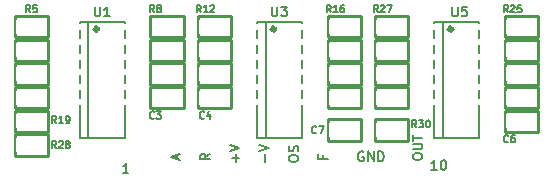
<source format=gto>
G04 #@! TF.FileFunction,Legend,Top*
%FSLAX46Y46*%
G04 Gerber Fmt 4.6, Leading zero omitted, Abs format (unit mm)*
G04 Created by KiCad (PCBNEW (2015-11-11 BZR 6310, Git 8f79b4f)-product) date 2015-11-18 1:22:02 PM*
%MOMM*%
G01*
G04 APERTURE LIST*
%ADD10C,0.150000*%
%ADD11C,0.152400*%
%ADD12C,0.381000*%
%ADD13C,0.203200*%
%ADD14C,0.254000*%
%ADD15R,1.350000X3.500000*%
%ADD16R,2.199640X0.599440*%
%ADD17R,0.812800X1.143000*%
G04 APERTURE END LIST*
D10*
D11*
X105232229Y-97867695D02*
X104767772Y-97867695D01*
X105000001Y-97867695D02*
X105000001Y-97054895D01*
X104922591Y-97171010D01*
X104845182Y-97248419D01*
X104767772Y-97287124D01*
X125130724Y-96093600D02*
X125053315Y-96054895D01*
X124937200Y-96054895D01*
X124821086Y-96093600D01*
X124743677Y-96171010D01*
X124704972Y-96248419D01*
X124666267Y-96403238D01*
X124666267Y-96519352D01*
X124704972Y-96674171D01*
X124743677Y-96751581D01*
X124821086Y-96828990D01*
X124937200Y-96867695D01*
X125014610Y-96867695D01*
X125130724Y-96828990D01*
X125169429Y-96790286D01*
X125169429Y-96519352D01*
X125014610Y-96519352D01*
X125517772Y-96867695D02*
X125517772Y-96054895D01*
X125982229Y-96867695D01*
X125982229Y-96054895D01*
X126369277Y-96867695D02*
X126369277Y-96054895D01*
X126562801Y-96054895D01*
X126678915Y-96093600D01*
X126756324Y-96171010D01*
X126795029Y-96248419D01*
X126833734Y-96403238D01*
X126833734Y-96519352D01*
X126795029Y-96674171D01*
X126756324Y-96751581D01*
X126678915Y-96828990D01*
X126562801Y-96867695D01*
X126369277Y-96867695D01*
X131345181Y-97617695D02*
X130880724Y-97617695D01*
X131112953Y-97617695D02*
X131112953Y-96804895D01*
X131035543Y-96921010D01*
X130958134Y-96998419D01*
X130880724Y-97037124D01*
X131848343Y-96804895D02*
X131925752Y-96804895D01*
X132003162Y-96843600D01*
X132041867Y-96882305D01*
X132080571Y-96959714D01*
X132119276Y-97114533D01*
X132119276Y-97308057D01*
X132080571Y-97462876D01*
X132041867Y-97540286D01*
X132003162Y-97578990D01*
X131925752Y-97617695D01*
X131848343Y-97617695D01*
X131770933Y-97578990D01*
X131732229Y-97540286D01*
X131693524Y-97462876D01*
X131654819Y-97308057D01*
X131654819Y-97114533D01*
X131693524Y-96959714D01*
X131732229Y-96882305D01*
X131770933Y-96843600D01*
X131848343Y-96804895D01*
X109385467Y-96693524D02*
X109385467Y-96306476D01*
X109617695Y-96770933D02*
X108804895Y-96500000D01*
X109617695Y-96229067D01*
X112117695Y-96248419D02*
X111730648Y-96519352D01*
X112117695Y-96712876D02*
X111304895Y-96712876D01*
X111304895Y-96403238D01*
X111343600Y-96325829D01*
X111382305Y-96287124D01*
X111459714Y-96248419D01*
X111575829Y-96248419D01*
X111653238Y-96287124D01*
X111691943Y-96325829D01*
X111730648Y-96403238D01*
X111730648Y-96712876D01*
X114308057Y-96907981D02*
X114308057Y-96288705D01*
X114617695Y-96598343D02*
X113998419Y-96598343D01*
X113804895Y-96017771D02*
X114617695Y-95746838D01*
X113804895Y-95475905D01*
X116808057Y-96907981D02*
X116808057Y-96288705D01*
X116304895Y-96017771D02*
X117117695Y-95746838D01*
X116304895Y-95475905D01*
X118804895Y-96714457D02*
X118804895Y-96559638D01*
X118843600Y-96482229D01*
X118921010Y-96404819D01*
X119075829Y-96366114D01*
X119346762Y-96366114D01*
X119501581Y-96404819D01*
X119578990Y-96482229D01*
X119617695Y-96559638D01*
X119617695Y-96714457D01*
X119578990Y-96791867D01*
X119501581Y-96869276D01*
X119346762Y-96907981D01*
X119075829Y-96907981D01*
X118921010Y-96869276D01*
X118843600Y-96791867D01*
X118804895Y-96714457D01*
X119578990Y-96056476D02*
X119617695Y-95940362D01*
X119617695Y-95746838D01*
X119578990Y-95669428D01*
X119540286Y-95630724D01*
X119462876Y-95592019D01*
X119385467Y-95592019D01*
X119308057Y-95630724D01*
X119269352Y-95669428D01*
X119230648Y-95746838D01*
X119191943Y-95901657D01*
X119153238Y-95979066D01*
X119114533Y-96017771D01*
X119037124Y-96056476D01*
X118959714Y-96056476D01*
X118882305Y-96017771D01*
X118843600Y-95979066D01*
X118804895Y-95901657D01*
X118804895Y-95708133D01*
X118843600Y-95592019D01*
X121691943Y-96383886D02*
X121691943Y-96654819D01*
X122117695Y-96654819D02*
X121304895Y-96654819D01*
X121304895Y-96267772D01*
X129304895Y-96562800D02*
X129304895Y-96407981D01*
X129343600Y-96330572D01*
X129421010Y-96253162D01*
X129575829Y-96214457D01*
X129846762Y-96214457D01*
X130001581Y-96253162D01*
X130078990Y-96330572D01*
X130117695Y-96407981D01*
X130117695Y-96562800D01*
X130078990Y-96640210D01*
X130001581Y-96717619D01*
X129846762Y-96756324D01*
X129575829Y-96756324D01*
X129421010Y-96717619D01*
X129343600Y-96640210D01*
X129304895Y-96562800D01*
X129304895Y-95866114D02*
X129962876Y-95866114D01*
X130040286Y-95827409D01*
X130078990Y-95788705D01*
X130117695Y-95711295D01*
X130117695Y-95556476D01*
X130078990Y-95479067D01*
X130040286Y-95440362D01*
X129962876Y-95401657D01*
X129304895Y-95401657D01*
X129304895Y-95130723D02*
X129304895Y-94666266D01*
X130117695Y-94898495D02*
X129304895Y-94898495D01*
D12*
X132641421Y-85700000D02*
G75*
G03X132641421Y-85700000I-141421J0D01*
G01*
D13*
X131100080Y-94937760D02*
X131100080Y-85062240D01*
X131100080Y-85062240D02*
X131600460Y-85062240D01*
X131600460Y-85062240D02*
X134899920Y-85062240D01*
X134899920Y-85062240D02*
X134899920Y-94937760D01*
X131850460Y-94937760D02*
X131850460Y-85062240D01*
X134899920Y-94937760D02*
X131600460Y-94937760D01*
X131600460Y-94937760D02*
X131100080Y-94937760D01*
D12*
X117641421Y-85700000D02*
G75*
G03X117641421Y-85700000I-141421J0D01*
G01*
D13*
X116100080Y-94937760D02*
X116100080Y-85062240D01*
X116100080Y-85062240D02*
X116600460Y-85062240D01*
X116600460Y-85062240D02*
X119899920Y-85062240D01*
X119899920Y-85062240D02*
X119899920Y-94937760D01*
X116850460Y-94937760D02*
X116850460Y-85062240D01*
X119899920Y-94937760D02*
X116600460Y-94937760D01*
X116600460Y-94937760D02*
X116100080Y-94937760D01*
D12*
X102641421Y-85700000D02*
G75*
G03X102641421Y-85700000I-141421J0D01*
G01*
D13*
X101100080Y-94937760D02*
X101100080Y-85062240D01*
X101100080Y-85062240D02*
X101600460Y-85062240D01*
X101600460Y-85062240D02*
X104899920Y-85062240D01*
X104899920Y-85062240D02*
X104899920Y-94937760D01*
X101850460Y-94937760D02*
X101850460Y-85062240D01*
X104899920Y-94937760D02*
X101600460Y-94937760D01*
X101600460Y-94937760D02*
X101100080Y-94937760D01*
D14*
X122100000Y-95150000D02*
X124900000Y-95150000D01*
X124900000Y-95150000D02*
X124900000Y-93350000D01*
X124900000Y-93350000D02*
X122100000Y-93350000D01*
X122100000Y-93350000D02*
X122100000Y-95150000D01*
X137100000Y-94400000D02*
X139900000Y-94400000D01*
X139900000Y-94400000D02*
X139900000Y-92600000D01*
X139900000Y-92600000D02*
X137100000Y-92600000D01*
X137100000Y-92600000D02*
X137100000Y-94400000D01*
X122100000Y-92400000D02*
X124900000Y-92400000D01*
X124900000Y-92400000D02*
X124900000Y-90600000D01*
X124900000Y-90600000D02*
X122100000Y-90600000D01*
X122100000Y-90600000D02*
X122100000Y-92400000D01*
X113900000Y-90600000D02*
X111100000Y-90600000D01*
X111100000Y-90600000D02*
X111100000Y-92400000D01*
X111100000Y-92400000D02*
X113900000Y-92400000D01*
X113900000Y-92400000D02*
X113900000Y-90600000D01*
X107100000Y-92400000D02*
X109900000Y-92400000D01*
X109900000Y-92400000D02*
X109900000Y-90600000D01*
X109900000Y-90600000D02*
X107100000Y-90600000D01*
X107100000Y-90600000D02*
X107100000Y-92400000D01*
X98400000Y-90600000D02*
X95600000Y-90600000D01*
X95600000Y-90600000D02*
X95600000Y-92400000D01*
X95600000Y-92400000D02*
X98400000Y-92400000D01*
X98400000Y-92400000D02*
X98400000Y-90600000D01*
X128900000Y-93350000D02*
X126100000Y-93350000D01*
X126100000Y-93350000D02*
X126100000Y-95150000D01*
X126100000Y-95150000D02*
X128900000Y-95150000D01*
X128900000Y-95150000D02*
X128900000Y-93350000D01*
X95600000Y-96400000D02*
X98400000Y-96400000D01*
X98400000Y-96400000D02*
X98400000Y-94600000D01*
X98400000Y-94600000D02*
X95600000Y-94600000D01*
X95600000Y-94600000D02*
X95600000Y-96400000D01*
X126100000Y-86400000D02*
X128900000Y-86400000D01*
X128900000Y-86400000D02*
X128900000Y-84600000D01*
X128900000Y-84600000D02*
X126100000Y-84600000D01*
X126100000Y-84600000D02*
X126100000Y-86400000D01*
X137100000Y-92400000D02*
X139900000Y-92400000D01*
X139900000Y-92400000D02*
X139900000Y-90600000D01*
X139900000Y-90600000D02*
X137100000Y-90600000D01*
X137100000Y-90600000D02*
X137100000Y-92400000D01*
X137100000Y-86400000D02*
X139900000Y-86400000D01*
X139900000Y-86400000D02*
X139900000Y-84600000D01*
X139900000Y-84600000D02*
X137100000Y-84600000D01*
X137100000Y-84600000D02*
X137100000Y-86400000D01*
X137100000Y-88400000D02*
X139900000Y-88400000D01*
X139900000Y-88400000D02*
X139900000Y-86600000D01*
X139900000Y-86600000D02*
X137100000Y-86600000D01*
X137100000Y-86600000D02*
X137100000Y-88400000D01*
X137100000Y-90400000D02*
X139900000Y-90400000D01*
X139900000Y-90400000D02*
X139900000Y-88600000D01*
X139900000Y-88600000D02*
X137100000Y-88600000D01*
X137100000Y-88600000D02*
X137100000Y-90400000D01*
X126100000Y-92400000D02*
X128900000Y-92400000D01*
X128900000Y-92400000D02*
X128900000Y-90600000D01*
X128900000Y-90600000D02*
X126100000Y-90600000D01*
X126100000Y-90600000D02*
X126100000Y-92400000D01*
X128900000Y-86600000D02*
X126100000Y-86600000D01*
X126100000Y-86600000D02*
X126100000Y-88400000D01*
X126100000Y-88400000D02*
X128900000Y-88400000D01*
X128900000Y-88400000D02*
X128900000Y-86600000D01*
X128900000Y-88600000D02*
X126100000Y-88600000D01*
X126100000Y-88600000D02*
X126100000Y-90400000D01*
X126100000Y-90400000D02*
X128900000Y-90400000D01*
X128900000Y-90400000D02*
X128900000Y-88600000D01*
X95600000Y-94400000D02*
X98400000Y-94400000D01*
X98400000Y-94400000D02*
X98400000Y-92600000D01*
X98400000Y-92600000D02*
X95600000Y-92600000D01*
X95600000Y-92600000D02*
X95600000Y-94400000D01*
X124900000Y-86600000D02*
X122100000Y-86600000D01*
X122100000Y-86600000D02*
X122100000Y-88400000D01*
X122100000Y-88400000D02*
X124900000Y-88400000D01*
X124900000Y-88400000D02*
X124900000Y-86600000D01*
X124900000Y-84600000D02*
X122100000Y-84600000D01*
X122100000Y-84600000D02*
X122100000Y-86400000D01*
X122100000Y-86400000D02*
X124900000Y-86400000D01*
X124900000Y-86400000D02*
X124900000Y-84600000D01*
X122100000Y-90400000D02*
X124900000Y-90400000D01*
X124900000Y-90400000D02*
X124900000Y-88600000D01*
X124900000Y-88600000D02*
X122100000Y-88600000D01*
X122100000Y-88600000D02*
X122100000Y-90400000D01*
X111100000Y-90400000D02*
X113900000Y-90400000D01*
X113900000Y-90400000D02*
X113900000Y-88600000D01*
X113900000Y-88600000D02*
X111100000Y-88600000D01*
X111100000Y-88600000D02*
X111100000Y-90400000D01*
X111100000Y-86400000D02*
X113900000Y-86400000D01*
X113900000Y-86400000D02*
X113900000Y-84600000D01*
X113900000Y-84600000D02*
X111100000Y-84600000D01*
X111100000Y-84600000D02*
X111100000Y-86400000D01*
X113900000Y-86600000D02*
X111100000Y-86600000D01*
X111100000Y-86600000D02*
X111100000Y-88400000D01*
X111100000Y-88400000D02*
X113900000Y-88400000D01*
X113900000Y-88400000D02*
X113900000Y-86600000D01*
X109900000Y-88600000D02*
X107100000Y-88600000D01*
X107100000Y-88600000D02*
X107100000Y-90400000D01*
X107100000Y-90400000D02*
X109900000Y-90400000D01*
X109900000Y-90400000D02*
X109900000Y-88600000D01*
X109900000Y-84600000D02*
X107100000Y-84600000D01*
X107100000Y-84600000D02*
X107100000Y-86400000D01*
X107100000Y-86400000D02*
X109900000Y-86400000D01*
X109900000Y-86400000D02*
X109900000Y-84600000D01*
X107100000Y-88400000D02*
X109900000Y-88400000D01*
X109900000Y-88400000D02*
X109900000Y-86600000D01*
X109900000Y-86600000D02*
X107100000Y-86600000D01*
X107100000Y-86600000D02*
X107100000Y-88400000D01*
X95600000Y-86400000D02*
X98400000Y-86400000D01*
X98400000Y-86400000D02*
X98400000Y-84600000D01*
X98400000Y-84600000D02*
X95600000Y-84600000D01*
X95600000Y-84600000D02*
X95600000Y-86400000D01*
X95600000Y-88400000D02*
X98400000Y-88400000D01*
X98400000Y-88400000D02*
X98400000Y-86600000D01*
X98400000Y-86600000D02*
X95600000Y-86600000D01*
X95600000Y-86600000D02*
X95600000Y-88400000D01*
X95600000Y-90400000D02*
X98400000Y-90400000D01*
X98400000Y-90400000D02*
X98400000Y-88600000D01*
X98400000Y-88600000D02*
X95600000Y-88600000D01*
X95600000Y-88600000D02*
X95600000Y-90400000D01*
D11*
X132630724Y-83804895D02*
X132630724Y-84462876D01*
X132669429Y-84540286D01*
X132708133Y-84578990D01*
X132785543Y-84617695D01*
X132940362Y-84617695D01*
X133017771Y-84578990D01*
X133056476Y-84540286D01*
X133095181Y-84462876D01*
X133095181Y-83804895D01*
X133869276Y-83804895D02*
X133482229Y-83804895D01*
X133443524Y-84191943D01*
X133482229Y-84153238D01*
X133559638Y-84114533D01*
X133753162Y-84114533D01*
X133830572Y-84153238D01*
X133869276Y-84191943D01*
X133907981Y-84269352D01*
X133907981Y-84462876D01*
X133869276Y-84540286D01*
X133830572Y-84578990D01*
X133753162Y-84617695D01*
X133559638Y-84617695D01*
X133482229Y-84578990D01*
X133443524Y-84540286D01*
X117380724Y-83804895D02*
X117380724Y-84462876D01*
X117419429Y-84540286D01*
X117458133Y-84578990D01*
X117535543Y-84617695D01*
X117690362Y-84617695D01*
X117767771Y-84578990D01*
X117806476Y-84540286D01*
X117845181Y-84462876D01*
X117845181Y-83804895D01*
X118154819Y-83804895D02*
X118657981Y-83804895D01*
X118387048Y-84114533D01*
X118503162Y-84114533D01*
X118580572Y-84153238D01*
X118619276Y-84191943D01*
X118657981Y-84269352D01*
X118657981Y-84462876D01*
X118619276Y-84540286D01*
X118580572Y-84578990D01*
X118503162Y-84617695D01*
X118270934Y-84617695D01*
X118193524Y-84578990D01*
X118154819Y-84540286D01*
X102380724Y-83804895D02*
X102380724Y-84462876D01*
X102419429Y-84540286D01*
X102458133Y-84578990D01*
X102535543Y-84617695D01*
X102690362Y-84617695D01*
X102767771Y-84578990D01*
X102806476Y-84540286D01*
X102845181Y-84462876D01*
X102845181Y-83804895D01*
X103657981Y-84617695D02*
X103193524Y-84617695D01*
X103425753Y-84617695D02*
X103425753Y-83804895D01*
X103348343Y-83921010D01*
X103270934Y-83998419D01*
X103193524Y-84037124D01*
X121148401Y-94467714D02*
X121119372Y-94496743D01*
X121032286Y-94525771D01*
X120974229Y-94525771D01*
X120887144Y-94496743D01*
X120829086Y-94438686D01*
X120800058Y-94380629D01*
X120771029Y-94264514D01*
X120771029Y-94177429D01*
X120800058Y-94061314D01*
X120829086Y-94003257D01*
X120887144Y-93945200D01*
X120974229Y-93916171D01*
X121032286Y-93916171D01*
X121119372Y-93945200D01*
X121148401Y-93974229D01*
X121351601Y-93916171D02*
X121758001Y-93916171D01*
X121496744Y-94525771D01*
X137398401Y-95217714D02*
X137369372Y-95246743D01*
X137282286Y-95275771D01*
X137224229Y-95275771D01*
X137137144Y-95246743D01*
X137079086Y-95188686D01*
X137050058Y-95130629D01*
X137021029Y-95014514D01*
X137021029Y-94927429D01*
X137050058Y-94811314D01*
X137079086Y-94753257D01*
X137137144Y-94695200D01*
X137224229Y-94666171D01*
X137282286Y-94666171D01*
X137369372Y-94695200D01*
X137398401Y-94724229D01*
X137920915Y-94666171D02*
X137804801Y-94666171D01*
X137746744Y-94695200D01*
X137717715Y-94724229D01*
X137659658Y-94811314D01*
X137630629Y-94927429D01*
X137630629Y-95159657D01*
X137659658Y-95217714D01*
X137688686Y-95246743D01*
X137746744Y-95275771D01*
X137862858Y-95275771D01*
X137920915Y-95246743D01*
X137949944Y-95217714D01*
X137978972Y-95159657D01*
X137978972Y-95014514D01*
X137949944Y-94956457D01*
X137920915Y-94927429D01*
X137862858Y-94898400D01*
X137746744Y-94898400D01*
X137688686Y-94927429D01*
X137659658Y-94956457D01*
X137630629Y-95014514D01*
X111648401Y-93217714D02*
X111619372Y-93246743D01*
X111532286Y-93275771D01*
X111474229Y-93275771D01*
X111387144Y-93246743D01*
X111329086Y-93188686D01*
X111300058Y-93130629D01*
X111271029Y-93014514D01*
X111271029Y-92927429D01*
X111300058Y-92811314D01*
X111329086Y-92753257D01*
X111387144Y-92695200D01*
X111474229Y-92666171D01*
X111532286Y-92666171D01*
X111619372Y-92695200D01*
X111648401Y-92724229D01*
X112170915Y-92869371D02*
X112170915Y-93275771D01*
X112025772Y-92637143D02*
X111880629Y-93072571D01*
X112258001Y-93072571D01*
X107398401Y-93217714D02*
X107369372Y-93246743D01*
X107282286Y-93275771D01*
X107224229Y-93275771D01*
X107137144Y-93246743D01*
X107079086Y-93188686D01*
X107050058Y-93130629D01*
X107021029Y-93014514D01*
X107021029Y-92927429D01*
X107050058Y-92811314D01*
X107079086Y-92753257D01*
X107137144Y-92695200D01*
X107224229Y-92666171D01*
X107282286Y-92666171D01*
X107369372Y-92695200D01*
X107398401Y-92724229D01*
X107601601Y-92666171D02*
X107978972Y-92666171D01*
X107775772Y-92898400D01*
X107862858Y-92898400D01*
X107920915Y-92927429D01*
X107949944Y-92956457D01*
X107978972Y-93014514D01*
X107978972Y-93159657D01*
X107949944Y-93217714D01*
X107920915Y-93246743D01*
X107862858Y-93275771D01*
X107688686Y-93275771D01*
X107630629Y-93246743D01*
X107601601Y-93217714D01*
X129608115Y-94025771D02*
X129404915Y-93735486D01*
X129259772Y-94025771D02*
X129259772Y-93416171D01*
X129492000Y-93416171D01*
X129550058Y-93445200D01*
X129579086Y-93474229D01*
X129608115Y-93532286D01*
X129608115Y-93619371D01*
X129579086Y-93677429D01*
X129550058Y-93706457D01*
X129492000Y-93735486D01*
X129259772Y-93735486D01*
X129811315Y-93416171D02*
X130188686Y-93416171D01*
X129985486Y-93648400D01*
X130072572Y-93648400D01*
X130130629Y-93677429D01*
X130159658Y-93706457D01*
X130188686Y-93764514D01*
X130188686Y-93909657D01*
X130159658Y-93967714D01*
X130130629Y-93996743D01*
X130072572Y-94025771D01*
X129898400Y-94025771D01*
X129840343Y-93996743D01*
X129811315Y-93967714D01*
X130566057Y-93416171D02*
X130624114Y-93416171D01*
X130682171Y-93445200D01*
X130711200Y-93474229D01*
X130740229Y-93532286D01*
X130769257Y-93648400D01*
X130769257Y-93793543D01*
X130740229Y-93909657D01*
X130711200Y-93967714D01*
X130682171Y-93996743D01*
X130624114Y-94025771D01*
X130566057Y-94025771D01*
X130508000Y-93996743D01*
X130478971Y-93967714D01*
X130449943Y-93909657D01*
X130420914Y-93793543D01*
X130420914Y-93648400D01*
X130449943Y-93532286D01*
X130478971Y-93474229D01*
X130508000Y-93445200D01*
X130566057Y-93416171D01*
X99108115Y-95775771D02*
X98904915Y-95485486D01*
X98759772Y-95775771D02*
X98759772Y-95166171D01*
X98992000Y-95166171D01*
X99050058Y-95195200D01*
X99079086Y-95224229D01*
X99108115Y-95282286D01*
X99108115Y-95369371D01*
X99079086Y-95427429D01*
X99050058Y-95456457D01*
X98992000Y-95485486D01*
X98759772Y-95485486D01*
X99340343Y-95224229D02*
X99369372Y-95195200D01*
X99427429Y-95166171D01*
X99572572Y-95166171D01*
X99630629Y-95195200D01*
X99659658Y-95224229D01*
X99688686Y-95282286D01*
X99688686Y-95340343D01*
X99659658Y-95427429D01*
X99311315Y-95775771D01*
X99688686Y-95775771D01*
X100037029Y-95427429D02*
X99978971Y-95398400D01*
X99949943Y-95369371D01*
X99920914Y-95311314D01*
X99920914Y-95282286D01*
X99949943Y-95224229D01*
X99978971Y-95195200D01*
X100037029Y-95166171D01*
X100153143Y-95166171D01*
X100211200Y-95195200D01*
X100240229Y-95224229D01*
X100269257Y-95282286D01*
X100269257Y-95311314D01*
X100240229Y-95369371D01*
X100211200Y-95398400D01*
X100153143Y-95427429D01*
X100037029Y-95427429D01*
X99978971Y-95456457D01*
X99949943Y-95485486D01*
X99920914Y-95543543D01*
X99920914Y-95659657D01*
X99949943Y-95717714D01*
X99978971Y-95746743D01*
X100037029Y-95775771D01*
X100153143Y-95775771D01*
X100211200Y-95746743D01*
X100240229Y-95717714D01*
X100269257Y-95659657D01*
X100269257Y-95543543D01*
X100240229Y-95485486D01*
X100211200Y-95456457D01*
X100153143Y-95427429D01*
X126358115Y-84275771D02*
X126154915Y-83985486D01*
X126009772Y-84275771D02*
X126009772Y-83666171D01*
X126242000Y-83666171D01*
X126300058Y-83695200D01*
X126329086Y-83724229D01*
X126358115Y-83782286D01*
X126358115Y-83869371D01*
X126329086Y-83927429D01*
X126300058Y-83956457D01*
X126242000Y-83985486D01*
X126009772Y-83985486D01*
X126590343Y-83724229D02*
X126619372Y-83695200D01*
X126677429Y-83666171D01*
X126822572Y-83666171D01*
X126880629Y-83695200D01*
X126909658Y-83724229D01*
X126938686Y-83782286D01*
X126938686Y-83840343D01*
X126909658Y-83927429D01*
X126561315Y-84275771D01*
X126938686Y-84275771D01*
X127141886Y-83666171D02*
X127548286Y-83666171D01*
X127287029Y-84275771D01*
X137358115Y-84275771D02*
X137154915Y-83985486D01*
X137009772Y-84275771D02*
X137009772Y-83666171D01*
X137242000Y-83666171D01*
X137300058Y-83695200D01*
X137329086Y-83724229D01*
X137358115Y-83782286D01*
X137358115Y-83869371D01*
X137329086Y-83927429D01*
X137300058Y-83956457D01*
X137242000Y-83985486D01*
X137009772Y-83985486D01*
X137590343Y-83724229D02*
X137619372Y-83695200D01*
X137677429Y-83666171D01*
X137822572Y-83666171D01*
X137880629Y-83695200D01*
X137909658Y-83724229D01*
X137938686Y-83782286D01*
X137938686Y-83840343D01*
X137909658Y-83927429D01*
X137561315Y-84275771D01*
X137938686Y-84275771D01*
X138490229Y-83666171D02*
X138199943Y-83666171D01*
X138170914Y-83956457D01*
X138199943Y-83927429D01*
X138258000Y-83898400D01*
X138403143Y-83898400D01*
X138461200Y-83927429D01*
X138490229Y-83956457D01*
X138519257Y-84014514D01*
X138519257Y-84159657D01*
X138490229Y-84217714D01*
X138461200Y-84246743D01*
X138403143Y-84275771D01*
X138258000Y-84275771D01*
X138199943Y-84246743D01*
X138170914Y-84217714D01*
X99108115Y-93675771D02*
X98904915Y-93385486D01*
X98759772Y-93675771D02*
X98759772Y-93066171D01*
X98992000Y-93066171D01*
X99050058Y-93095200D01*
X99079086Y-93124229D01*
X99108115Y-93182286D01*
X99108115Y-93269371D01*
X99079086Y-93327429D01*
X99050058Y-93356457D01*
X98992000Y-93385486D01*
X98759772Y-93385486D01*
X99688686Y-93675771D02*
X99340343Y-93675771D01*
X99514515Y-93675771D02*
X99514515Y-93066171D01*
X99456458Y-93153257D01*
X99398400Y-93211314D01*
X99340343Y-93240343D01*
X99978971Y-93675771D02*
X100095086Y-93675771D01*
X100153143Y-93646743D01*
X100182171Y-93617714D01*
X100240229Y-93530629D01*
X100269257Y-93414514D01*
X100269257Y-93182286D01*
X100240229Y-93124229D01*
X100211200Y-93095200D01*
X100153143Y-93066171D01*
X100037029Y-93066171D01*
X99978971Y-93095200D01*
X99949943Y-93124229D01*
X99920914Y-93182286D01*
X99920914Y-93327429D01*
X99949943Y-93385486D01*
X99978971Y-93414514D01*
X100037029Y-93443543D01*
X100153143Y-93443543D01*
X100211200Y-93414514D01*
X100240229Y-93385486D01*
X100269257Y-93327429D01*
X122358115Y-84275771D02*
X122154915Y-83985486D01*
X122009772Y-84275771D02*
X122009772Y-83666171D01*
X122242000Y-83666171D01*
X122300058Y-83695200D01*
X122329086Y-83724229D01*
X122358115Y-83782286D01*
X122358115Y-83869371D01*
X122329086Y-83927429D01*
X122300058Y-83956457D01*
X122242000Y-83985486D01*
X122009772Y-83985486D01*
X122938686Y-84275771D02*
X122590343Y-84275771D01*
X122764515Y-84275771D02*
X122764515Y-83666171D01*
X122706458Y-83753257D01*
X122648400Y-83811314D01*
X122590343Y-83840343D01*
X123461200Y-83666171D02*
X123345086Y-83666171D01*
X123287029Y-83695200D01*
X123258000Y-83724229D01*
X123199943Y-83811314D01*
X123170914Y-83927429D01*
X123170914Y-84159657D01*
X123199943Y-84217714D01*
X123228971Y-84246743D01*
X123287029Y-84275771D01*
X123403143Y-84275771D01*
X123461200Y-84246743D01*
X123490229Y-84217714D01*
X123519257Y-84159657D01*
X123519257Y-84014514D01*
X123490229Y-83956457D01*
X123461200Y-83927429D01*
X123403143Y-83898400D01*
X123287029Y-83898400D01*
X123228971Y-83927429D01*
X123199943Y-83956457D01*
X123170914Y-84014514D01*
X111358115Y-84275771D02*
X111154915Y-83985486D01*
X111009772Y-84275771D02*
X111009772Y-83666171D01*
X111242000Y-83666171D01*
X111300058Y-83695200D01*
X111329086Y-83724229D01*
X111358115Y-83782286D01*
X111358115Y-83869371D01*
X111329086Y-83927429D01*
X111300058Y-83956457D01*
X111242000Y-83985486D01*
X111009772Y-83985486D01*
X111938686Y-84275771D02*
X111590343Y-84275771D01*
X111764515Y-84275771D02*
X111764515Y-83666171D01*
X111706458Y-83753257D01*
X111648400Y-83811314D01*
X111590343Y-83840343D01*
X112170914Y-83724229D02*
X112199943Y-83695200D01*
X112258000Y-83666171D01*
X112403143Y-83666171D01*
X112461200Y-83695200D01*
X112490229Y-83724229D01*
X112519257Y-83782286D01*
X112519257Y-83840343D01*
X112490229Y-83927429D01*
X112141886Y-84275771D01*
X112519257Y-84275771D01*
X107398401Y-84275771D02*
X107195201Y-83985486D01*
X107050058Y-84275771D02*
X107050058Y-83666171D01*
X107282286Y-83666171D01*
X107340344Y-83695200D01*
X107369372Y-83724229D01*
X107398401Y-83782286D01*
X107398401Y-83869371D01*
X107369372Y-83927429D01*
X107340344Y-83956457D01*
X107282286Y-83985486D01*
X107050058Y-83985486D01*
X107746744Y-83927429D02*
X107688686Y-83898400D01*
X107659658Y-83869371D01*
X107630629Y-83811314D01*
X107630629Y-83782286D01*
X107659658Y-83724229D01*
X107688686Y-83695200D01*
X107746744Y-83666171D01*
X107862858Y-83666171D01*
X107920915Y-83695200D01*
X107949944Y-83724229D01*
X107978972Y-83782286D01*
X107978972Y-83811314D01*
X107949944Y-83869371D01*
X107920915Y-83898400D01*
X107862858Y-83927429D01*
X107746744Y-83927429D01*
X107688686Y-83956457D01*
X107659658Y-83985486D01*
X107630629Y-84043543D01*
X107630629Y-84159657D01*
X107659658Y-84217714D01*
X107688686Y-84246743D01*
X107746744Y-84275771D01*
X107862858Y-84275771D01*
X107920915Y-84246743D01*
X107949944Y-84217714D01*
X107978972Y-84159657D01*
X107978972Y-84043543D01*
X107949944Y-83985486D01*
X107920915Y-83956457D01*
X107862858Y-83927429D01*
X96898401Y-84275771D02*
X96695201Y-83985486D01*
X96550058Y-84275771D02*
X96550058Y-83666171D01*
X96782286Y-83666171D01*
X96840344Y-83695200D01*
X96869372Y-83724229D01*
X96898401Y-83782286D01*
X96898401Y-83869371D01*
X96869372Y-83927429D01*
X96840344Y-83956457D01*
X96782286Y-83985486D01*
X96550058Y-83985486D01*
X97449944Y-83666171D02*
X97159658Y-83666171D01*
X97130629Y-83956457D01*
X97159658Y-83927429D01*
X97217715Y-83898400D01*
X97362858Y-83898400D01*
X97420915Y-83927429D01*
X97449944Y-83956457D01*
X97478972Y-84014514D01*
X97478972Y-84159657D01*
X97449944Y-84217714D01*
X97420915Y-84246743D01*
X97362858Y-84275771D01*
X97217715Y-84275771D01*
X97159658Y-84246743D01*
X97130629Y-84217714D01*
%LPC*%
D15*
X106570000Y-99000000D03*
X109110000Y-99000000D03*
X111650000Y-99000000D03*
X114190000Y-99000000D03*
X116730000Y-99000000D03*
X119270000Y-99000000D03*
X121810000Y-99000000D03*
X124350000Y-99000000D03*
X126890000Y-99000000D03*
X129430000Y-99000000D03*
D16*
X130401580Y-85555000D03*
X130401580Y-86825000D03*
X130401580Y-88095000D03*
X130401580Y-89365000D03*
X130401580Y-90635000D03*
X130401580Y-91905000D03*
X135598420Y-91905000D03*
X135598420Y-90635000D03*
X135598420Y-89365000D03*
X135598420Y-88095000D03*
X135598420Y-86825000D03*
X135598420Y-85555000D03*
X115401580Y-85555000D03*
X115401580Y-86825000D03*
X115401580Y-88095000D03*
X115401580Y-89365000D03*
X115401580Y-90635000D03*
X115401580Y-91905000D03*
X120598420Y-91905000D03*
X120598420Y-90635000D03*
X120598420Y-89365000D03*
X120598420Y-88095000D03*
X120598420Y-86825000D03*
X120598420Y-85555000D03*
X100401580Y-85555000D03*
X100401580Y-86825000D03*
X100401580Y-88095000D03*
X100401580Y-89365000D03*
X100401580Y-90635000D03*
X100401580Y-91905000D03*
X105598420Y-91905000D03*
X105598420Y-90635000D03*
X105598420Y-89365000D03*
X105598420Y-88095000D03*
X105598420Y-86825000D03*
X105598420Y-85555000D03*
D17*
X122649100Y-94250000D03*
X124350900Y-94250000D03*
X137649100Y-93500000D03*
X139350900Y-93500000D03*
X122649100Y-91500000D03*
X124350900Y-91500000D03*
X113350900Y-91500000D03*
X111649100Y-91500000D03*
X107649100Y-91500000D03*
X109350900Y-91500000D03*
X97850900Y-91500000D03*
X96149100Y-91500000D03*
X128350900Y-94250000D03*
X126649100Y-94250000D03*
X96149100Y-95500000D03*
X97850900Y-95500000D03*
X126649100Y-85500000D03*
X128350900Y-85500000D03*
X137649100Y-91500000D03*
X139350900Y-91500000D03*
X137649100Y-85500000D03*
X139350900Y-85500000D03*
X137649100Y-87500000D03*
X139350900Y-87500000D03*
X137649100Y-89500000D03*
X139350900Y-89500000D03*
X126649100Y-91500000D03*
X128350900Y-91500000D03*
X128350900Y-87500000D03*
X126649100Y-87500000D03*
X128350900Y-89500000D03*
X126649100Y-89500000D03*
X96149100Y-93500000D03*
X97850900Y-93500000D03*
X124350900Y-87500000D03*
X122649100Y-87500000D03*
X124350900Y-85500000D03*
X122649100Y-85500000D03*
X122649100Y-89500000D03*
X124350900Y-89500000D03*
X111649100Y-89500000D03*
X113350900Y-89500000D03*
X111649100Y-85500000D03*
X113350900Y-85500000D03*
X113350900Y-87500000D03*
X111649100Y-87500000D03*
X109350900Y-89500000D03*
X107649100Y-89500000D03*
X109350900Y-85500000D03*
X107649100Y-85500000D03*
X107649100Y-87500000D03*
X109350900Y-87500000D03*
X96149100Y-85500000D03*
X97850900Y-85500000D03*
X96149100Y-87500000D03*
X97850900Y-87500000D03*
X96149100Y-89500000D03*
X97850900Y-89500000D03*
M02*

</source>
